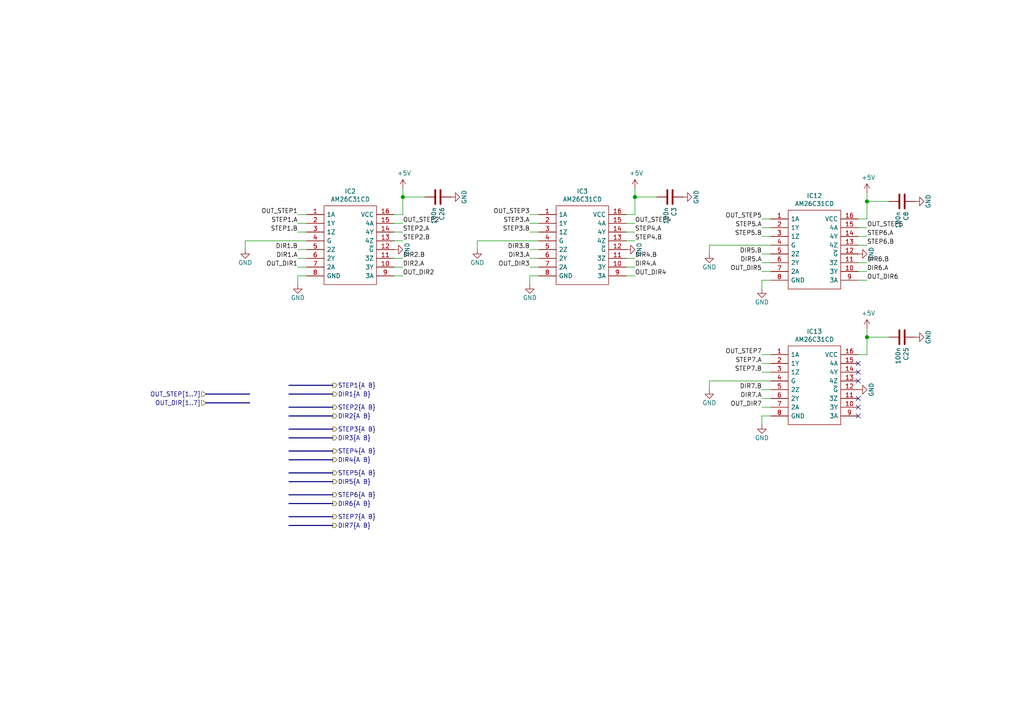
<source format=kicad_sch>
(kicad_sch (version 20211123) (generator eeschema)
  (paper "A4")
  (title_block (title "Uni printer") (date "2020-04-30") (rev "2.0") (company "Kartech") (comment 1 "jaroslaw.karwik@gmail.com"))
  (lib_symbols
    (symbol "Uni_Printer-rescue:+5V-power" (power) (pin_names (offset 0))
      (property "Value" "+5V-power" (at 0 3.556 0))
      (symbol "+5V-power_0_1"
        (polyline (pts (xy -0.762 1.27) (xy 0 2.54)))
        (polyline (pts (xy 0 0) (xy 0 2.54)))
        (polyline (pts (xy 0 2.54) (xy 0.762 1.27)))
      )
      (symbol "+5V-power_1_1"
        (pin power_in line (at 0 0 90) (length 0) hide (name "+5V") (number "1"))
      )
    )
    (symbol "Uni_Printer-rescue:AM26C31CD-AM26C31CD-Uni_Printer_v1-rescue" (pin_names (offset 0.762))
      (property "Reference" "IC" (at 21.59 7.62 0))
      (property "Value" "AM26C31CD-AM26C31CD-Uni_Printer_v1-rescue" (at 21.59 5.08 0))
      (symbol "AM26C31CD-AM26C31CD-Uni_Printer_v1-rescue_0_0"
        (pin bidirectional line (at 0 0 0) (length 5.08) (name "1A") (number "1"))
        (pin bidirectional line (at 25.4 -15.24 180) (length 5.08) (name "3Y") (number "10"))
        (pin bidirectional line (at 25.4 -12.7 180) (length 5.08) (name "3Z") (number "11"))
        (pin bidirectional line (at 25.4 -10.16 180) (length 5.08) (name "~{G}") (number "12"))
        (pin bidirectional line (at 25.4 -7.62 180) (length 5.08) (name "4Z") (number "13"))
        (pin bidirectional line (at 25.4 -5.08 180) (length 5.08) (name "4Y") (number "14"))
        (pin bidirectional line (at 25.4 -2.54 180) (length 5.08) (name "4A") (number "15"))
        (pin bidirectional line (at 25.4 0 180) (length 5.08) (name "VCC") (number "16"))
        (pin bidirectional line (at 0 -2.54 0) (length 5.08) (name "1Y") (number "2"))
        (pin bidirectional line (at 0 -5.08 0) (length 5.08) (name "1Z") (number "3"))
        (pin bidirectional line (at 0 -7.62 0) (length 5.08) (name "G") (number "4"))
        (pin bidirectional line (at 0 -10.16 0) (length 5.08) (name "2Z") (number "5"))
        (pin bidirectional line (at 0 -12.7 0) (length 5.08) (name "2Y") (number "6"))
        (pin bidirectional line (at 0 -15.24 0) (length 5.08) (name "2A") (number "7"))
        (pin bidirectional line (at 0 -17.78 0) (length 5.08) (name "GND") (number "8"))
        (pin bidirectional line (at 25.4 -17.78 180) (length 5.08) (name "3A") (number "9"))
      )
      (symbol "AM26C31CD-AM26C31CD-Uni_Printer_v1-rescue_0_1"
        (polyline (pts (xy 5.08 2.54) (xy 20.32 2.54) (xy 20.32 -20.32) (xy 5.08 -20.32) (xy 5.08 2.54)) (stroke (width 0.1524)))
      )
    )
    (symbol "Uni_Printer-rescue:C-Device" (pin_numbers hide) (pin_names (offset 0.254))
      (property "Reference" "C" (at 0.635 2.54 0))
      (property "Value" "C-Device" (at 0.635 -2.54 0))
      (symbol "C-Device_0_1"
        (polyline (pts (xy -2.032 -0.762) (xy 2.032 -0.762)) (stroke (width 0.508)))
        (polyline (pts (xy -2.032 0.762) (xy 2.032 0.762)) (stroke (width 0.508)))
      )
      (symbol "C-Device_1_1"
        (pin passive line (at 0 3.81 270) (length 2.794) (name "~") (number "1"))
        (pin passive line (at 0 -3.81 90) (length 2.794) (name "~") (number "2"))
      )
    )
    (symbol "Uni_Printer-rescue:GND-Sensor_tank_v1-rescue-Uni_General_v1-rescue-Uni_Printer_v1-rescue" (power) (pin_names (offset 0))
      (property "Value" "GND-Sensor_tank_v1-rescue-Uni_General_v1-rescue-Uni_Printer_v1-rescue" (at 0 -3.81 0))
      (symbol "GND-Sensor_tank_v1-rescue-Uni_General_v1-rescue-Uni_Printer_v1-rescue_0_1"
        (polyline (pts (xy 0 0) (xy 0 -1.27) (xy 1.27 -1.27) (xy 0 -2.54) (xy -1.27 -1.27) (xy 0 -1.27)))
      )
      (symbol "GND-Sensor_tank_v1-rescue-Uni_General_v1-rescue-Uni_Printer_v1-rescue_1_1"
        (pin power_in line (at 0 0 270) (length 0) hide (name "GND") (number "1"))
      )
    )
  )
  (junction (at 251.46 58.42) (diameter 1.016))
  (junction (at 251.46 97.79) (diameter 1.016))
  (junction (at 116.84 57.15) (diameter 1.016))
  (junction (at 184.15 57.15) (diameter 1.016))
  (no_connect (at 248.92 105.41))
  (no_connect (at 248.92 107.95))
  (no_connect (at 248.92 110.49))
  (no_connect (at 248.92 115.57))
  (no_connect (at 248.92 118.11))
  (no_connect (at 248.92 120.65))
  (bus (pts (xy 83.82 146.05) (xy 96.52 146.05)))
  (wire (pts (xy 86.36 82.55) (xy 86.36 80.01)))
  (wire (pts (xy 114.3 69.85) (xy 116.84 69.85)))
  (wire (pts (xy 205.74 110.49) (xy 223.52 110.49)))
  (wire (pts (xy 114.3 74.93) (xy 116.84 74.93)))
  (wire (pts (xy 184.15 62.23) (xy 184.15 57.15)))
  (bus (pts (xy 83.82 124.46) (xy 96.52 124.46)))
  (wire (pts (xy 205.74 73.66) (xy 205.74 71.12)))
  (wire (pts (xy 153.67 80.01) (xy 156.21 80.01)))
  (wire (pts (xy 86.36 64.77) (xy 88.9 64.77)))
  (wire (pts (xy 220.98 118.11) (xy 223.52 118.11)))
  (wire (pts (xy 251.46 97.79) (xy 257.81 97.79)))
  (bus (pts (xy 83.82 130.81) (xy 96.52 130.81)))
  (bus (pts (xy 72.39 114.3) (xy 59.69 114.3)))
  (wire (pts (xy 223.52 63.5) (xy 220.98 63.5)))
  (wire (pts (xy 248.92 76.2) (xy 251.46 76.2)))
  (wire (pts (xy 220.98 66.04) (xy 223.52 66.04)))
  (wire (pts (xy 248.92 66.04) (xy 251.46 66.04)))
  (wire (pts (xy 153.67 72.39) (xy 156.21 72.39)))
  (wire (pts (xy 223.52 102.87) (xy 220.98 102.87)))
  (wire (pts (xy 248.92 78.74) (xy 251.46 78.74)))
  (wire (pts (xy 181.61 69.85) (xy 184.15 69.85)))
  (wire (pts (xy 205.74 113.03) (xy 205.74 110.49)))
  (wire (pts (xy 220.98 78.74) (xy 223.52 78.74)))
  (wire (pts (xy 181.61 77.47) (xy 184.15 77.47)))
  (wire (pts (xy 153.67 64.77) (xy 156.21 64.77)))
  (wire (pts (xy 181.61 64.77) (xy 184.15 64.77)))
  (wire (pts (xy 156.21 74.93) (xy 153.67 74.93)))
  (wire (pts (xy 248.92 63.5) (xy 251.46 63.5)))
  (wire (pts (xy 248.92 81.28) (xy 251.46 81.28)))
  (wire (pts (xy 223.52 76.2) (xy 220.98 76.2)))
  (wire (pts (xy 116.84 77.47) (xy 114.3 77.47)))
  (wire (pts (xy 181.61 74.93) (xy 184.15 74.93)))
  (wire (pts (xy 220.98 81.28) (xy 223.52 81.28)))
  (bus (pts (xy 83.82 111.76) (xy 96.52 111.76)))
  (bus (pts (xy 83.82 118.11) (xy 96.52 118.11)))
  (wire (pts (xy 251.46 102.87) (xy 251.46 97.79)))
  (bus (pts (xy 83.82 137.16) (xy 96.52 137.16)))
  (wire (pts (xy 116.84 62.23) (xy 116.84 57.15)))
  (bus (pts (xy 83.82 149.86) (xy 96.52 149.86)))
  (bus (pts (xy 83.82 114.3) (xy 96.52 114.3)))
  (wire (pts (xy 71.12 72.39) (xy 71.12 69.85)))
  (bus (pts (xy 83.82 143.51) (xy 96.52 143.51)))
  (wire (pts (xy 220.98 83.82) (xy 220.98 81.28)))
  (wire (pts (xy 181.61 67.31) (xy 184.15 67.31)))
  (wire (pts (xy 220.98 105.41) (xy 223.52 105.41)))
  (wire (pts (xy 223.52 115.57) (xy 220.98 115.57)))
  (bus (pts (xy 83.82 120.65) (xy 96.52 120.65)))
  (wire (pts (xy 184.15 57.15) (xy 190.5 57.15)))
  (wire (pts (xy 138.43 72.39) (xy 138.43 69.85)))
  (wire (pts (xy 88.9 62.23) (xy 86.36 62.23)))
  (bus (pts (xy 83.82 133.35) (xy 96.52 133.35)))
  (wire (pts (xy 116.84 57.15) (xy 116.84 54.61)))
  (wire (pts (xy 116.84 67.31) (xy 114.3 67.31)))
  (wire (pts (xy 86.36 72.39) (xy 88.9 72.39)))
  (wire (pts (xy 248.92 71.12) (xy 251.46 71.12)))
  (wire (pts (xy 220.98 123.19) (xy 220.98 120.65)))
  (wire (pts (xy 220.98 113.03) (xy 223.52 113.03)))
  (wire (pts (xy 251.46 63.5) (xy 251.46 58.42)))
  (wire (pts (xy 223.52 68.58) (xy 220.98 68.58)))
  (wire (pts (xy 86.36 80.01) (xy 88.9 80.01)))
  (wire (pts (xy 116.84 57.15) (xy 123.19 57.15)))
  (wire (pts (xy 156.21 67.31) (xy 153.67 67.31)))
  (bus (pts (xy 83.82 139.7) (xy 96.52 139.7)))
  (wire (pts (xy 114.3 64.77) (xy 116.84 64.77)))
  (bus (pts (xy 72.39 116.84) (xy 59.69 116.84)))
  (wire (pts (xy 251.46 58.42) (xy 257.81 58.42)))
  (wire (pts (xy 71.12 69.85) (xy 88.9 69.85)))
  (wire (pts (xy 181.61 80.01) (xy 184.15 80.01)))
  (wire (pts (xy 251.46 97.79) (xy 251.46 95.25)))
  (wire (pts (xy 223.52 107.95) (xy 220.98 107.95)))
  (wire (pts (xy 220.98 73.66) (xy 223.52 73.66)))
  (wire (pts (xy 138.43 69.85) (xy 156.21 69.85)))
  (wire (pts (xy 153.67 82.55) (xy 153.67 80.01)))
  (wire (pts (xy 220.98 120.65) (xy 223.52 120.65)))
  (wire (pts (xy 153.67 77.47) (xy 156.21 77.47)))
  (wire (pts (xy 116.84 80.01) (xy 114.3 80.01)))
  (wire (pts (xy 205.74 71.12) (xy 223.52 71.12)))
  (wire (pts (xy 86.36 77.47) (xy 88.9 77.47)))
  (wire (pts (xy 88.9 67.31) (xy 86.36 67.31)))
  (wire (pts (xy 114.3 62.23) (xy 116.84 62.23)))
  (wire (pts (xy 184.15 57.15) (xy 184.15 54.61)))
  (bus (pts (xy 83.82 127) (xy 96.52 127)))
  (wire (pts (xy 248.92 102.87) (xy 251.46 102.87)))
  (bus (pts (xy 83.82 152.4) (xy 96.52 152.4)))
  (wire (pts (xy 181.61 62.23) (xy 184.15 62.23)))
  (wire (pts (xy 156.21 62.23) (xy 153.67 62.23)))
  (wire (pts (xy 248.92 68.58) (xy 251.46 68.58)))
  (wire (pts (xy 251.46 58.42) (xy 251.46 55.88)))
  (wire (pts (xy 88.9 74.93) (xy 86.36 74.93)))
  (label "STEP2.B" (at 116.84 69.85 0))
  (label "OUT_STEP7" (at 220.98 102.87 180))
  (label "STEP4.B" (at 184.15 69.85 0))
  (label "DIR7.A" (at 220.98 115.57 180))
  (label "STEP5.B" (at 220.98 68.58 180))
  (label "STEP2.A" (at 116.84 67.31 0))
  (label "STEP3.A" (at 153.67 64.77 180))
  (label "DIR4.A" (at 184.15 77.47 0))
  (label "DIR6.A" (at 251.46 78.74 0))
  (label "OUT_DIR1" (at 86.36 77.47 180))
  (label "OUT_DIR6" (at 251.46 81.28 0))
  (label "DIR3.B" (at 153.67 72.39 180))
  (label "OUT_DIR2" (at 116.84 80.01 0))
  (label "DIR1.A" (at 86.36 74.93 180))
  (label "STEP6.A" (at 251.46 68.58 0))
  (label "STEP4.A" (at 184.15 67.31 0))
  (label "DIR1.B" (at 86.36 72.39 180))
  (label "OUT_STEP1" (at 86.36 62.23 180))
  (label "DIR3.A" (at 153.67 74.93 180))
  (label "STEP7.B" (at 220.98 107.95 180))
  (label "OUT_STEP2" (at 116.84 64.77 0))
  (label "DIR7.B" (at 220.98 113.03 180))
  (label "STEP1.A" (at 86.36 64.77 180))
  (label "DIR6.B" (at 251.46 76.2 0))
  (label "DIR5.B" (at 220.98 73.66 180))
  (label "DIR2.A" (at 116.84 77.47 0))
  (label "OUT_DIR5" (at 220.98 78.74 180))
  (label "OUT_STEP6" (at 251.46 66.04 0))
  (label "STEP3.B" (at 153.67 67.31 180))
  (label "DIR2.B" (at 116.84 74.93 0))
  (label "DIR4.B" (at 184.15 74.93 0))
  (label "OUT_DIR7" (at 220.98 118.11 180))
  (label "OUT_STEP4" (at 184.15 64.77 0))
  (label "DIR5.A" (at 220.98 76.2 180))
  (label "STEP5.A" (at 220.98 66.04 180))
  (label "OUT_STEP5" (at 220.98 63.5 180))
  (label "STEP6.B" (at 251.46 71.12 0))
  (label "OUT_STEP3" (at 153.67 62.23 180))
  (label "OUT_DIR3" (at 153.67 77.47 180))
  (label "STEP7.A" (at 220.98 105.41 180))
  (label "OUT_DIR4" (at 184.15 80.01 0))
  (label "STEP1.B" (at 86.36 67.31 180))
  (hierarchical_label "STEP7{A B}" (shape output) (at 96.52 149.86 0))
  (hierarchical_label "STEP4{A B}" (shape output) (at 96.52 130.81 0))
  (hierarchical_label "OUT_DIR[1..7]" (shape input) (at 59.69 116.84 180))
  (hierarchical_label "DIR6{A B}" (shape output) (at 96.52 146.05 0))
  (hierarchical_label "STEP3{A B}" (shape output) (at 96.52 124.46 0))
  (hierarchical_label "STEP5{A B}" (shape output) (at 96.52 137.16 0))
  (hierarchical_label "STEP1{A B}" (shape output) (at 96.52 111.76 0))
  (hierarchical_label "DIR2{A B}" (shape output) (at 96.52 120.65 0))
  (hierarchical_label "STEP6{A B}" (shape output) (at 96.52 143.51 0))
  (hierarchical_label "OUT_STEP[1..7]" (shape input) (at 59.69 114.3 180))
  (hierarchical_label "DIR5{A B}" (shape output) (at 96.52 139.7 0))
  (hierarchical_label "STEP2{A B}" (shape output) (at 96.52 118.11 0))
  (hierarchical_label "DIR1{A B}" (shape output) (at 96.52 114.3 0))
  (hierarchical_label "DIR7{A B}" (shape output) (at 96.52 152.4 0))
  (hierarchical_label "DIR3{A B}" (shape output) (at 96.52 127 0))
  (hierarchical_label "DIR4{A B}" (shape output) (at 96.52 133.35 0))
  (symbol (lib_id "Uni_Printer-rescue:C-Device") (at 127 57.15 270) (unit 1)
    (property "Reference" "C26" (at 128.1684 60.071 0) (effects (justify left)))
    (property "Value" "100n" (at 125.857 60.071 0) (effects (justify left)))
    (property "Footprint" "Capacitor_SMD:C_0603_1608Metric" (effects hide))
  )
  (symbol (lib_id "Uni_Printer-rescue:AM26C31CD-AM26C31CD-Uni_Printer_v1-rescue") (at 88.9 62.23 0) (unit 1)
    (property "Reference" "IC2" (at 101.6 55.499 0))
    (property "Value" "AM26C31CD" (at 101.6 57.8104 0))
    (property "Footprint" "moje:SOIC127P600X175-16N" (effects hide))
    (property "Datasheet" "http://www.ti.com/lit/ds/symlink/am26c31.pdf" (effects hide))
    (property "Description" "AM26C31CD, Quad RS-422, V.11 Line Transmitter 10Mbit/s Differential 5V, 16-Pin SOIC" (effects hide))
    (property "Height" "1.75" (effects hide))
    (property "Manufacturer_Name" "Texas Instruments" (effects hide))
    (property "Manufacturer_Part_Number" "AM26C31CD" (effects hide))
    (property "Mouser Part Number" "595-AM26C31CD" (effects hide))
    (property "Mouser Price/Stock" "https://www.mouser.com/Search/Refine.aspx?Keyword=595-AM26C31CD" (effects hide))
    (property "RS Part Number" "5170520P" (effects hide))
    (property "RS Price/Stock" "http://uk.rs-online.com/web/p/products/5170520P" (effects hide))
    (property "TME" "AM26C31CD" (effects hide))
  )
  (symbol (lib_id "Uni_Printer-rescue:GND-Sensor_tank_v1-rescue-Uni_General_v1-rescue-Uni_Printer_v1-rescue") (at 71.12 72.39 0) (unit 1)
    (property "Reference" "#PWR079" (effects hide))
    (property "Value" "GND" (at 71.12 76.2 0))
  )
  (symbol (lib_id "Uni_Printer-rescue:GND-Sensor_tank_v1-rescue-Uni_General_v1-rescue-Uni_Printer_v1-rescue") (at 86.36 82.55 0) (unit 1)
    (property "Reference" "#PWR080" (effects hide))
    (property "Value" "GND" (at 86.36 86.36 0))
  )
  (symbol (lib_id "Uni_Printer-rescue:+5V-power") (at 116.84 54.61 0) (unit 1)
    (property "Reference" "#PWR082" (effects hide))
    (property "Value" "+5V" (at 117.221 50.2158 0))
  )
  (symbol (lib_id "Uni_Printer-rescue:GND-Sensor_tank_v1-rescue-Uni_General_v1-rescue-Uni_Printer_v1-rescue") (at 114.3 72.39 90) (unit 1)
    (property "Reference" "#PWR081" (effects hide))
    (property "Value" "GND" (at 118.11 72.39 0))
  )
  (symbol (lib_id "Uni_Printer-rescue:GND-Sensor_tank_v1-rescue-Uni_General_v1-rescue-Uni_Printer_v1-rescue") (at 130.81 57.15 90) (unit 1)
    (property "Reference" "#PWR083" (effects hide))
    (property "Value" "GND" (at 134.62 57.15 0))
  )
  (symbol (lib_id "Uni_Printer-rescue:GND-Sensor_tank_v1-rescue-Uni_General_v1-rescue-Uni_Printer_v1-rescue") (at 138.43 72.39 0) (unit 1)
    (property "Reference" "#PWR0114" (effects hide))
    (property "Value" "GND" (at 138.43 76.2 0))
  )
  (symbol (lib_id "Uni_Printer-rescue:GND-Sensor_tank_v1-rescue-Uni_General_v1-rescue-Uni_Printer_v1-rescue") (at 181.61 72.39 90) (unit 1)
    (property "Reference" "#PWR0138" (effects hide))
    (property "Value" "GND" (at 185.42 72.39 0))
  )
  (symbol (lib_id "Uni_Printer-rescue:GND-Sensor_tank_v1-rescue-Uni_General_v1-rescue-Uni_Printer_v1-rescue") (at 205.74 73.66 0) (unit 1)
    (property "Reference" "#PWR0139" (effects hide))
    (property "Value" "GND" (at 205.74 77.47 0))
  )
  (symbol (lib_id "Uni_Printer-rescue:+5V-power") (at 251.46 55.88 0) (unit 1)
    (property "Reference" "#PWR0110" (effects hide))
    (property "Value" "+5V" (at 251.841 51.4858 0))
  )
  (symbol (lib_id "Uni_Printer-rescue:GND-Sensor_tank_v1-rescue-Uni_General_v1-rescue-Uni_Printer_v1-rescue") (at 220.98 83.82 0) (unit 1)
    (property "Reference" "#PWR0111" (effects hide))
    (property "Value" "GND" (at 220.98 87.63 0))
  )
  (symbol (lib_id "Uni_Printer-rescue:GND-Sensor_tank_v1-rescue-Uni_General_v1-rescue-Uni_Printer_v1-rescue") (at 153.67 82.55 0) (unit 1)
    (property "Reference" "#PWR0115" (effects hide))
    (property "Value" "GND" (at 153.67 86.36 0))
  )
  (symbol (lib_id "Uni_Printer-rescue:GND-Sensor_tank_v1-rescue-Uni_General_v1-rescue-Uni_Printer_v1-rescue") (at 265.43 58.42 90) (unit 1)
    (property "Reference" "#PWR0113" (effects hide))
    (property "Value" "GND" (at 269.24 58.42 0))
  )
  (symbol (lib_id "Uni_Printer-rescue:GND-Sensor_tank_v1-rescue-Uni_General_v1-rescue-Uni_Printer_v1-rescue") (at 198.12 57.15 90) (unit 1)
    (property "Reference" "#PWR0121" (effects hide))
    (property "Value" "GND" (at 201.93 57.15 0))
  )
  (symbol (lib_id "Uni_Printer-rescue:GND-Sensor_tank_v1-rescue-Uni_General_v1-rescue-Uni_Printer_v1-rescue") (at 248.92 113.03 90) (unit 1)
    (property "Reference" "#PWR0120" (effects hide))
    (property "Value" "GND" (at 252.73 113.03 0))
  )
  (symbol (lib_id "Uni_Printer-rescue:+5V-power") (at 251.46 95.25 0) (unit 1)
    (property "Reference" "#PWR0116" (effects hide))
    (property "Value" "+5V" (at 251.841 90.8558 0))
  )
  (symbol (lib_id "Uni_Printer-rescue:GND-Sensor_tank_v1-rescue-Uni_General_v1-rescue-Uni_Printer_v1-rescue") (at 205.74 113.03 0) (unit 1)
    (property "Reference" "#PWR0119" (effects hide))
    (property "Value" "GND" (at 205.74 116.84 0))
  )
  (symbol (lib_id "Uni_Printer-rescue:GND-Sensor_tank_v1-rescue-Uni_General_v1-rescue-Uni_Printer_v1-rescue") (at 265.43 97.79 90) (unit 1)
    (property "Reference" "#PWR0117" (effects hide))
    (property "Value" "GND" (at 269.24 97.79 0))
  )
  (symbol (lib_id "Uni_Printer-rescue:AM26C31CD-AM26C31CD-Uni_Printer_v1-rescue") (at 156.21 62.23 0) (unit 1)
    (property "Reference" "IC3" (at 168.91 55.499 0))
    (property "Value" "AM26C31CD" (at 168.91 57.8104 0))
    (property "Footprint" "moje:SOIC127P600X175-16N" (effects hide))
    (property "Datasheet" "http://www.ti.com/lit/ds/symlink/am26c31.pdf" (effects hide))
    (property "Description" "AM26C31CD, Quad RS-422, V.11 Line Transmitter 10Mbit/s Differential 5V, 16-Pin SOIC" (effects hide))
    (property "Height" "1.75" (effects hide))
    (property "Manufacturer_Name" "Texas Instruments" (effects hide))
    (property "Manufacturer_Part_Number" "AM26C31CD" (effects hide))
    (property "Mouser Part Number" "595-AM26C31CD" (effects hide))
    (property "Mouser Price/Stock" "https://www.mouser.com/Search/Refine.aspx?Keyword=595-AM26C31CD" (effects hide))
    (property "RS Part Number" "5170520P" (effects hide))
    (property "RS Price/Stock" "http://uk.rs-online.com/web/p/products/5170520P" (effects hide))
    (property "TME" "AM26C31CD" (effects hide))
  )
  (symbol (lib_id "Uni_Printer-rescue:AM26C31CD-AM26C31CD-Uni_Printer_v1-rescue") (at 223.52 102.87 0) (unit 1)
    (property "Reference" "IC13" (at 236.22 96.139 0))
    (property "Value" "AM26C31CD" (at 236.22 98.4504 0))
    (property "Footprint" "moje:SOIC127P600X175-16N" (effects hide))
    (property "Datasheet" "http://www.ti.com/lit/ds/symlink/am26c31.pdf" (effects hide))
    (property "Description" "AM26C31CD, Quad RS-422, V.11 Line Transmitter 10Mbit/s Differential 5V, 16-Pin SOIC" (effects hide))
    (property "Height" "1.75" (effects hide))
    (property "Manufacturer_Name" "Texas Instruments" (effects hide))
    (property "Manufacturer_Part_Number" "AM26C31CD" (effects hide))
    (property "Mouser Part Number" "595-AM26C31CD" (effects hide))
    (property "Mouser Price/Stock" "https://www.mouser.com/Search/Refine.aspx?Keyword=595-AM26C31CD" (effects hide))
    (property "RS Part Number" "5170520P" (effects hide))
    (property "RS Price/Stock" "http://uk.rs-online.com/web/p/products/5170520P" (effects hide))
    (property "TME" "AM26C31CD" (effects hide))
  )
  (symbol (lib_id "Uni_Printer-rescue:C-Device") (at 194.31 57.15 270) (unit 1)
    (property "Reference" "C3" (at 195.4784 60.071 0) (effects (justify left)))
    (property "Value" "100n" (at 193.167 60.071 0) (effects (justify left)))
    (property "Footprint" "Capacitor_SMD:C_0603_1608Metric" (effects hide))
  )
  (symbol (lib_id "Uni_Printer-rescue:GND-Sensor_tank_v1-rescue-Uni_General_v1-rescue-Uni_Printer_v1-rescue") (at 248.92 73.66 90) (unit 1)
    (property "Reference" "#PWR0112" (effects hide))
    (property "Value" "GND" (at 252.73 73.66 0))
  )
  (symbol (lib_id "Uni_Printer-rescue:+5V-power") (at 184.15 54.61 0) (unit 1)
    (property "Reference" "#PWR0122" (effects hide))
    (property "Value" "+5V" (at 184.531 50.2158 0))
  )
  (symbol (lib_id "Uni_Printer-rescue:GND-Sensor_tank_v1-rescue-Uni_General_v1-rescue-Uni_Printer_v1-rescue") (at 220.98 123.19 0) (unit 1)
    (property "Reference" "#PWR0118" (effects hide))
    (property "Value" "GND" (at 220.98 127 0))
  )
  (symbol (lib_id "Uni_Printer-rescue:C-Device") (at 261.62 58.42 270) (unit 1)
    (property "Reference" "C8" (at 262.7884 61.341 0) (effects (justify left)))
    (property "Value" "100n" (at 260.477 61.341 0) (effects (justify left)))
    (property "Footprint" "Capacitor_SMD:C_0603_1608Metric" (effects hide))
  )
  (symbol (lib_id "Uni_Printer-rescue:AM26C31CD-AM26C31CD-Uni_Printer_v1-rescue") (at 223.52 63.5 0) (unit 1)
    (property "Reference" "IC12" (at 236.22 56.769 0))
    (property "Value" "AM26C31CD" (at 236.22 59.0804 0))
    (property "Footprint" "moje:SOIC127P600X175-16N" (effects hide))
    (property "Datasheet" "http://www.ti.com/lit/ds/symlink/am26c31.pdf" (effects hide))
    (property "Description" "AM26C31CD, Quad RS-422, V.11 Line Transmitter 10Mbit/s Differential 5V, 16-Pin SOIC" (effects hide))
    (property "Height" "1.75" (effects hide))
    (property "Manufacturer_Name" "Texas Instruments" (effects hide))
    (property "Manufacturer_Part_Number" "AM26C31CD" (effects hide))
    (property "Mouser Part Number" "595-AM26C31CD" (effects hide))
    (property "Mouser Price/Stock" "https://www.mouser.com/Search/Refine.aspx?Keyword=595-AM26C31CD" (effects hide))
    (property "RS Part Number" "5170520P" (effects hide))
    (property "RS Price/Stock" "http://uk.rs-online.com/web/p/products/5170520P" (effects hide))
    (property "TME" "AM26C31CD" (effects hide))
  )
  (symbol (lib_id "Uni_Printer-rescue:C-Device") (at 261.62 97.79 270) (unit 1)
    (property "Reference" "C25" (at 262.7884 100.711 0) (effects (justify left)))
    (property "Value" "100n" (at 260.477 100.711 0) (effects (justify left)))
    (property "Footprint" "Capacitor_SMD:C_0603_1608Metric" (effects hide))
  )
)
</source>
